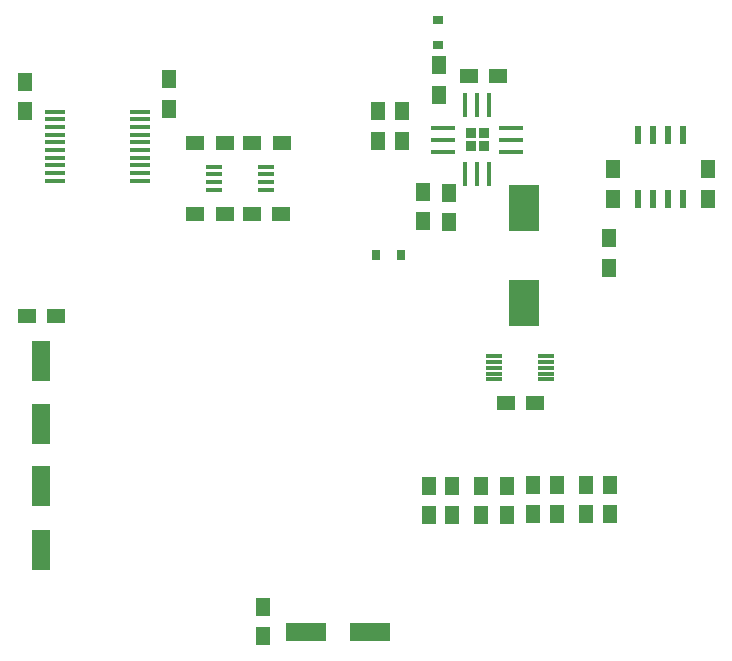
<source format=gbr>
%TF.GenerationSoftware,KiCad,Pcbnew,(5.1.8)-1*%
%TF.CreationDate,2020-12-02T17:51:49+01:00*%
%TF.ProjectId,board,626f6172-642e-46b6-9963-61645f706362,rev?*%
%TF.SameCoordinates,Original*%
%TF.FileFunction,Paste,Top*%
%TF.FilePolarity,Positive*%
%FSLAX46Y46*%
G04 Gerber Fmt 4.6, Leading zero omitted, Abs format (unit mm)*
G04 Created by KiCad (PCBNEW (5.1.8)-1) date 2020-12-02 17:51:49*
%MOMM*%
%LPD*%
G01*
G04 APERTURE LIST*
%ADD10R,1.500000X1.250000*%
%ADD11R,1.600000X3.500000*%
%ADD12R,3.500000X1.600000*%
%ADD13R,1.250000X1.500000*%
%ADD14R,2.500000X4.000000*%
%ADD15R,0.800000X0.900000*%
%ADD16R,0.900000X0.800000*%
%ADD17R,1.750000X0.450000*%
%ADD18R,1.450000X0.450000*%
%ADD19R,1.400000X0.300000*%
%ADD20R,0.600000X1.550000*%
%ADD21R,2.000000X0.350000*%
%ADD22R,0.350000X2.000000*%
%ADD23R,0.820000X0.820000*%
G04 APERTURE END LIST*
D10*
%TO.C,C1*%
X62450000Y-60100000D03*
X59950000Y-60100000D03*
%TD*%
D11*
%TO.C,C2*%
X61200000Y-74500000D03*
X61200000Y-79900000D03*
%TD*%
%TO.C,C3*%
X61200000Y-63900000D03*
X61200000Y-69300000D03*
%TD*%
D12*
%TO.C,C4*%
X83600000Y-86900000D03*
X89000000Y-86900000D03*
%TD*%
D13*
%TO.C,C5*%
X80000000Y-87250000D03*
X80000000Y-84750000D03*
%TD*%
%TO.C,C6*%
X59800000Y-42800000D03*
X59800000Y-40300000D03*
%TD*%
D10*
%TO.C,C7*%
X79000000Y-51500000D03*
X81500000Y-51500000D03*
%TD*%
D13*
%TO.C,C8*%
X72000000Y-40100000D03*
X72000000Y-42600000D03*
%TD*%
D10*
%TO.C,C9*%
X76750000Y-51500000D03*
X74250000Y-51500000D03*
%TD*%
%TO.C,C10*%
X103000000Y-67500000D03*
X100500000Y-67500000D03*
%TD*%
D14*
%TO.C,C11*%
X102100000Y-59000000D03*
X102100000Y-51000000D03*
%TD*%
D13*
%TO.C,C12*%
X109300000Y-53550000D03*
X109300000Y-56050000D03*
%TD*%
%TO.C,C13*%
X107350000Y-76900000D03*
X107350000Y-74400000D03*
%TD*%
%TO.C,C14*%
X104850000Y-74400000D03*
X104850000Y-76900000D03*
%TD*%
%TO.C,C15*%
X98400000Y-77000000D03*
X98400000Y-74500000D03*
%TD*%
%TO.C,C16*%
X96000000Y-74500000D03*
X96000000Y-77000000D03*
%TD*%
%TO.C,C17*%
X117600000Y-50200000D03*
X117600000Y-47700000D03*
%TD*%
D15*
%TO.C,D1*%
X89550000Y-55000000D03*
X91650000Y-55000000D03*
%TD*%
D16*
%TO.C,D2*%
X94800000Y-37150000D03*
X94800000Y-35050000D03*
%TD*%
D10*
%TO.C,R1*%
X74250000Y-45500000D03*
X76750000Y-45500000D03*
%TD*%
%TO.C,R2*%
X79050000Y-45500000D03*
X81550000Y-45500000D03*
%TD*%
D13*
%TO.C,R3*%
X89700000Y-42800000D03*
X89700000Y-45300000D03*
%TD*%
%TO.C,R4*%
X91700000Y-45300000D03*
X91700000Y-42800000D03*
%TD*%
%TO.C,R5*%
X93500000Y-52100000D03*
X93500000Y-49600000D03*
%TD*%
D10*
%TO.C,R6*%
X99900000Y-39800000D03*
X97400000Y-39800000D03*
%TD*%
D13*
%TO.C,R7*%
X95700000Y-52200000D03*
X95700000Y-49700000D03*
%TD*%
%TO.C,R8*%
X94900000Y-41400000D03*
X94900000Y-38900000D03*
%TD*%
%TO.C,R9*%
X94000000Y-77000000D03*
X94000000Y-74500000D03*
%TD*%
%TO.C,R10*%
X100650000Y-77000000D03*
X100650000Y-74500000D03*
%TD*%
%TO.C,R11*%
X102850000Y-74400000D03*
X102850000Y-76900000D03*
%TD*%
%TO.C,R12*%
X109350000Y-76900000D03*
X109350000Y-74400000D03*
%TD*%
%TO.C,R13*%
X109600000Y-47700000D03*
X109600000Y-50200000D03*
%TD*%
D17*
%TO.C,U2*%
X69550000Y-42825000D03*
X69550000Y-43475000D03*
X69550000Y-44125000D03*
X69550000Y-44775000D03*
X69550000Y-45425000D03*
X69550000Y-46075000D03*
X69550000Y-46725000D03*
X69550000Y-47375000D03*
X69550000Y-48025000D03*
X69550000Y-48675000D03*
X62350000Y-48675000D03*
X62350000Y-48025000D03*
X62350000Y-47375000D03*
X62350000Y-46725000D03*
X62350000Y-46075000D03*
X62350000Y-45425000D03*
X62350000Y-44775000D03*
X62350000Y-44125000D03*
X62350000Y-43475000D03*
X62350000Y-42825000D03*
%TD*%
D18*
%TO.C,U3*%
X75800000Y-49425000D03*
X75800000Y-48775000D03*
X75800000Y-48125000D03*
X75800000Y-47475000D03*
X80200000Y-47475000D03*
X80200000Y-48125000D03*
X80200000Y-48775000D03*
X80200000Y-49425000D03*
%TD*%
D19*
%TO.C,U4*%
X103900000Y-63500000D03*
X103900000Y-64000000D03*
X103900000Y-64500000D03*
X103900000Y-65000000D03*
X103900000Y-65500000D03*
X99500000Y-65500000D03*
X99500000Y-65000000D03*
X99500000Y-64500000D03*
X99500000Y-64000000D03*
X99500000Y-63500000D03*
%TD*%
D20*
%TO.C,U6*%
X115505000Y-50200000D03*
X114235000Y-50200000D03*
X112965000Y-50200000D03*
X111695000Y-50200000D03*
X111695000Y-44800000D03*
X112965000Y-44800000D03*
X114235000Y-44800000D03*
X115505000Y-44800000D03*
%TD*%
D21*
%TO.C,U5*%
X95200000Y-45200000D03*
X101000000Y-45200000D03*
X95200000Y-46200000D03*
D22*
X97100000Y-48100000D03*
X98100000Y-48100000D03*
X99100000Y-48100000D03*
D21*
X101000000Y-46200000D03*
X101000000Y-44200000D03*
D22*
X99100000Y-42300000D03*
X98100000Y-42300000D03*
X97100000Y-42300000D03*
D21*
X95200000Y-44200000D03*
D23*
X98660000Y-44640000D03*
X97540000Y-44640000D03*
X97540000Y-45760000D03*
X98660000Y-45760000D03*
%TD*%
M02*

</source>
